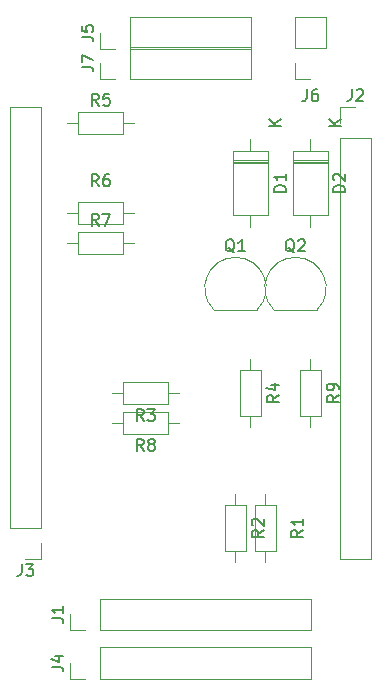
<source format=gbr>
%TF.GenerationSoftware,KiCad,Pcbnew,(6.0.7)*%
%TF.CreationDate,2023-01-08T16:14:19+02:00*%
%TF.ProjectId,Design,44657369-676e-42e6-9b69-6361645f7063,rev?*%
%TF.SameCoordinates,Original*%
%TF.FileFunction,Legend,Top*%
%TF.FilePolarity,Positive*%
%FSLAX46Y46*%
G04 Gerber Fmt 4.6, Leading zero omitted, Abs format (unit mm)*
G04 Created by KiCad (PCBNEW (6.0.7)) date 2023-01-08 16:14:19*
%MOMM*%
%LPD*%
G01*
G04 APERTURE LIST*
%ADD10C,0.150000*%
%ADD11C,0.120000*%
G04 APERTURE END LIST*
D10*
%TO.C,D1*%
X95702380Y-64238095D02*
X94702380Y-64238095D01*
X94702380Y-64000000D01*
X94750000Y-63857142D01*
X94845238Y-63761904D01*
X94940476Y-63714285D01*
X95130952Y-63666666D01*
X95273809Y-63666666D01*
X95464285Y-63714285D01*
X95559523Y-63761904D01*
X95654761Y-63857142D01*
X95702380Y-64000000D01*
X95702380Y-64238095D01*
X95702380Y-62714285D02*
X95702380Y-63285714D01*
X95702380Y-63000000D02*
X94702380Y-63000000D01*
X94845238Y-63095238D01*
X94940476Y-63190476D01*
X94988095Y-63285714D01*
X95262380Y-58681904D02*
X94262380Y-58681904D01*
X95262380Y-58110476D02*
X94690952Y-58539047D01*
X94262380Y-58110476D02*
X94833809Y-58681904D01*
%TO.C,Q1*%
X91344761Y-69377619D02*
X91249523Y-69330000D01*
X91154285Y-69234761D01*
X91011428Y-69091904D01*
X90916190Y-69044285D01*
X90820952Y-69044285D01*
X90868571Y-69282380D02*
X90773333Y-69234761D01*
X90678095Y-69139523D01*
X90630476Y-68949047D01*
X90630476Y-68615714D01*
X90678095Y-68425238D01*
X90773333Y-68330000D01*
X90868571Y-68282380D01*
X91059047Y-68282380D01*
X91154285Y-68330000D01*
X91249523Y-68425238D01*
X91297142Y-68615714D01*
X91297142Y-68949047D01*
X91249523Y-69139523D01*
X91154285Y-69234761D01*
X91059047Y-69282380D01*
X90868571Y-69282380D01*
X92249523Y-69282380D02*
X91678095Y-69282380D01*
X91963809Y-69282380D02*
X91963809Y-68282380D01*
X91868571Y-68425238D01*
X91773333Y-68520476D01*
X91678095Y-68568095D01*
%TO.C,J1*%
X75862380Y-100345833D02*
X76576666Y-100345833D01*
X76719523Y-100393452D01*
X76814761Y-100488690D01*
X76862380Y-100631547D01*
X76862380Y-100726785D01*
X76862380Y-99345833D02*
X76862380Y-99917261D01*
X76862380Y-99631547D02*
X75862380Y-99631547D01*
X76005238Y-99726785D01*
X76100476Y-99822023D01*
X76148095Y-99917261D01*
%TO.C,J3*%
X73326666Y-95762380D02*
X73326666Y-96476666D01*
X73279047Y-96619523D01*
X73183809Y-96714761D01*
X73040952Y-96762380D01*
X72945714Y-96762380D01*
X73707619Y-95762380D02*
X74326666Y-95762380D01*
X73993333Y-96143333D01*
X74136190Y-96143333D01*
X74231428Y-96190952D01*
X74279047Y-96238571D01*
X74326666Y-96333809D01*
X74326666Y-96571904D01*
X74279047Y-96667142D01*
X74231428Y-96714761D01*
X74136190Y-96762380D01*
X73850476Y-96762380D01*
X73755238Y-96714761D01*
X73707619Y-96667142D01*
%TO.C,R6*%
X79843333Y-63772380D02*
X79510000Y-63296190D01*
X79271904Y-63772380D02*
X79271904Y-62772380D01*
X79652857Y-62772380D01*
X79748095Y-62820000D01*
X79795714Y-62867619D01*
X79843333Y-62962857D01*
X79843333Y-63105714D01*
X79795714Y-63200952D01*
X79748095Y-63248571D01*
X79652857Y-63296190D01*
X79271904Y-63296190D01*
X80700476Y-62772380D02*
X80510000Y-62772380D01*
X80414761Y-62820000D01*
X80367142Y-62867619D01*
X80271904Y-63010476D01*
X80224285Y-63200952D01*
X80224285Y-63581904D01*
X80271904Y-63677142D01*
X80319523Y-63724761D01*
X80414761Y-63772380D01*
X80605238Y-63772380D01*
X80700476Y-63724761D01*
X80748095Y-63677142D01*
X80795714Y-63581904D01*
X80795714Y-63343809D01*
X80748095Y-63248571D01*
X80700476Y-63200952D01*
X80605238Y-63153333D01*
X80414761Y-63153333D01*
X80319523Y-63200952D01*
X80271904Y-63248571D01*
X80224285Y-63343809D01*
%TO.C,R7*%
X79843333Y-67112380D02*
X79510000Y-66636190D01*
X79271904Y-67112380D02*
X79271904Y-66112380D01*
X79652857Y-66112380D01*
X79748095Y-66160000D01*
X79795714Y-66207619D01*
X79843333Y-66302857D01*
X79843333Y-66445714D01*
X79795714Y-66540952D01*
X79748095Y-66588571D01*
X79652857Y-66636190D01*
X79271904Y-66636190D01*
X80176666Y-66112380D02*
X80843333Y-66112380D01*
X80414761Y-67112380D01*
%TO.C,R5*%
X79843333Y-56952380D02*
X79510000Y-56476190D01*
X79271904Y-56952380D02*
X79271904Y-55952380D01*
X79652857Y-55952380D01*
X79748095Y-56000000D01*
X79795714Y-56047619D01*
X79843333Y-56142857D01*
X79843333Y-56285714D01*
X79795714Y-56380952D01*
X79748095Y-56428571D01*
X79652857Y-56476190D01*
X79271904Y-56476190D01*
X80748095Y-55952380D02*
X80271904Y-55952380D01*
X80224285Y-56428571D01*
X80271904Y-56380952D01*
X80367142Y-56333333D01*
X80605238Y-56333333D01*
X80700476Y-56380952D01*
X80748095Y-56428571D01*
X80795714Y-56523809D01*
X80795714Y-56761904D01*
X80748095Y-56857142D01*
X80700476Y-56904761D01*
X80605238Y-56952380D01*
X80367142Y-56952380D01*
X80271904Y-56904761D01*
X80224285Y-56857142D01*
%TO.C,R8*%
X83653333Y-86192380D02*
X83320000Y-85716190D01*
X83081904Y-86192380D02*
X83081904Y-85192380D01*
X83462857Y-85192380D01*
X83558095Y-85240000D01*
X83605714Y-85287619D01*
X83653333Y-85382857D01*
X83653333Y-85525714D01*
X83605714Y-85620952D01*
X83558095Y-85668571D01*
X83462857Y-85716190D01*
X83081904Y-85716190D01*
X84224761Y-85620952D02*
X84129523Y-85573333D01*
X84081904Y-85525714D01*
X84034285Y-85430476D01*
X84034285Y-85382857D01*
X84081904Y-85287619D01*
X84129523Y-85240000D01*
X84224761Y-85192380D01*
X84415238Y-85192380D01*
X84510476Y-85240000D01*
X84558095Y-85287619D01*
X84605714Y-85382857D01*
X84605714Y-85430476D01*
X84558095Y-85525714D01*
X84510476Y-85573333D01*
X84415238Y-85620952D01*
X84224761Y-85620952D01*
X84129523Y-85668571D01*
X84081904Y-85716190D01*
X84034285Y-85811428D01*
X84034285Y-86001904D01*
X84081904Y-86097142D01*
X84129523Y-86144761D01*
X84224761Y-86192380D01*
X84415238Y-86192380D01*
X84510476Y-86144761D01*
X84558095Y-86097142D01*
X84605714Y-86001904D01*
X84605714Y-85811428D01*
X84558095Y-85716190D01*
X84510476Y-85668571D01*
X84415238Y-85620952D01*
%TO.C,R9*%
X100162380Y-81446666D02*
X99686190Y-81780000D01*
X100162380Y-82018095D02*
X99162380Y-82018095D01*
X99162380Y-81637142D01*
X99210000Y-81541904D01*
X99257619Y-81494285D01*
X99352857Y-81446666D01*
X99495714Y-81446666D01*
X99590952Y-81494285D01*
X99638571Y-81541904D01*
X99686190Y-81637142D01*
X99686190Y-82018095D01*
X100162380Y-80970476D02*
X100162380Y-80780000D01*
X100114761Y-80684761D01*
X100067142Y-80637142D01*
X99924285Y-80541904D01*
X99733809Y-80494285D01*
X99352857Y-80494285D01*
X99257619Y-80541904D01*
X99210000Y-80589523D01*
X99162380Y-80684761D01*
X99162380Y-80875238D01*
X99210000Y-80970476D01*
X99257619Y-81018095D01*
X99352857Y-81065714D01*
X99590952Y-81065714D01*
X99686190Y-81018095D01*
X99733809Y-80970476D01*
X99781428Y-80875238D01*
X99781428Y-80684761D01*
X99733809Y-80589523D01*
X99686190Y-80541904D01*
X99590952Y-80494285D01*
%TO.C,J5*%
X78402380Y-51133333D02*
X79116666Y-51133333D01*
X79259523Y-51180952D01*
X79354761Y-51276190D01*
X79402380Y-51419047D01*
X79402380Y-51514285D01*
X78402380Y-50180952D02*
X78402380Y-50657142D01*
X78878571Y-50704761D01*
X78830952Y-50657142D01*
X78783333Y-50561904D01*
X78783333Y-50323809D01*
X78830952Y-50228571D01*
X78878571Y-50180952D01*
X78973809Y-50133333D01*
X79211904Y-50133333D01*
X79307142Y-50180952D01*
X79354761Y-50228571D01*
X79402380Y-50323809D01*
X79402380Y-50561904D01*
X79354761Y-50657142D01*
X79307142Y-50704761D01*
%TO.C,J7*%
X78402380Y-53673333D02*
X79116666Y-53673333D01*
X79259523Y-53720952D01*
X79354761Y-53816190D01*
X79402380Y-53959047D01*
X79402380Y-54054285D01*
X78402380Y-53292380D02*
X78402380Y-52625714D01*
X79402380Y-53054285D01*
%TO.C,J6*%
X97456666Y-55562380D02*
X97456666Y-56276666D01*
X97409047Y-56419523D01*
X97313809Y-56514761D01*
X97170952Y-56562380D01*
X97075714Y-56562380D01*
X98361428Y-55562380D02*
X98170952Y-55562380D01*
X98075714Y-55610000D01*
X98028095Y-55657619D01*
X97932857Y-55800476D01*
X97885238Y-55990952D01*
X97885238Y-56371904D01*
X97932857Y-56467142D01*
X97980476Y-56514761D01*
X98075714Y-56562380D01*
X98266190Y-56562380D01*
X98361428Y-56514761D01*
X98409047Y-56467142D01*
X98456666Y-56371904D01*
X98456666Y-56133809D01*
X98409047Y-56038571D01*
X98361428Y-55990952D01*
X98266190Y-55943333D01*
X98075714Y-55943333D01*
X97980476Y-55990952D01*
X97932857Y-56038571D01*
X97885238Y-56133809D01*
%TO.C,R3*%
X83653333Y-83652380D02*
X83320000Y-83176190D01*
X83081904Y-83652380D02*
X83081904Y-82652380D01*
X83462857Y-82652380D01*
X83558095Y-82700000D01*
X83605714Y-82747619D01*
X83653333Y-82842857D01*
X83653333Y-82985714D01*
X83605714Y-83080952D01*
X83558095Y-83128571D01*
X83462857Y-83176190D01*
X83081904Y-83176190D01*
X83986666Y-82652380D02*
X84605714Y-82652380D01*
X84272380Y-83033333D01*
X84415238Y-83033333D01*
X84510476Y-83080952D01*
X84558095Y-83128571D01*
X84605714Y-83223809D01*
X84605714Y-83461904D01*
X84558095Y-83557142D01*
X84510476Y-83604761D01*
X84415238Y-83652380D01*
X84129523Y-83652380D01*
X84034285Y-83604761D01*
X83986666Y-83557142D01*
%TO.C,D2*%
X100712380Y-64238095D02*
X99712380Y-64238095D01*
X99712380Y-64000000D01*
X99760000Y-63857142D01*
X99855238Y-63761904D01*
X99950476Y-63714285D01*
X100140952Y-63666666D01*
X100283809Y-63666666D01*
X100474285Y-63714285D01*
X100569523Y-63761904D01*
X100664761Y-63857142D01*
X100712380Y-64000000D01*
X100712380Y-64238095D01*
X99807619Y-63285714D02*
X99760000Y-63238095D01*
X99712380Y-63142857D01*
X99712380Y-62904761D01*
X99760000Y-62809523D01*
X99807619Y-62761904D01*
X99902857Y-62714285D01*
X99998095Y-62714285D01*
X100140952Y-62761904D01*
X100712380Y-63333333D01*
X100712380Y-62714285D01*
X100342380Y-58681904D02*
X99342380Y-58681904D01*
X100342380Y-58110476D02*
X99770952Y-58539047D01*
X99342380Y-58110476D02*
X99913809Y-58681904D01*
%TO.C,Q2*%
X96424761Y-69377619D02*
X96329523Y-69330000D01*
X96234285Y-69234761D01*
X96091428Y-69091904D01*
X95996190Y-69044285D01*
X95900952Y-69044285D01*
X95948571Y-69282380D02*
X95853333Y-69234761D01*
X95758095Y-69139523D01*
X95710476Y-68949047D01*
X95710476Y-68615714D01*
X95758095Y-68425238D01*
X95853333Y-68330000D01*
X95948571Y-68282380D01*
X96139047Y-68282380D01*
X96234285Y-68330000D01*
X96329523Y-68425238D01*
X96377142Y-68615714D01*
X96377142Y-68949047D01*
X96329523Y-69139523D01*
X96234285Y-69234761D01*
X96139047Y-69282380D01*
X95948571Y-69282380D01*
X96758095Y-68377619D02*
X96805714Y-68330000D01*
X96900952Y-68282380D01*
X97139047Y-68282380D01*
X97234285Y-68330000D01*
X97281904Y-68377619D01*
X97329523Y-68472857D01*
X97329523Y-68568095D01*
X97281904Y-68710952D01*
X96710476Y-69282380D01*
X97329523Y-69282380D01*
%TO.C,R2*%
X93812380Y-92876666D02*
X93336190Y-93210000D01*
X93812380Y-93448095D02*
X92812380Y-93448095D01*
X92812380Y-93067142D01*
X92860000Y-92971904D01*
X92907619Y-92924285D01*
X93002857Y-92876666D01*
X93145714Y-92876666D01*
X93240952Y-92924285D01*
X93288571Y-92971904D01*
X93336190Y-93067142D01*
X93336190Y-93448095D01*
X92907619Y-92495714D02*
X92860000Y-92448095D01*
X92812380Y-92352857D01*
X92812380Y-92114761D01*
X92860000Y-92019523D01*
X92907619Y-91971904D01*
X93002857Y-91924285D01*
X93098095Y-91924285D01*
X93240952Y-91971904D01*
X93812380Y-92543333D01*
X93812380Y-91924285D01*
%TO.C,R1*%
X97152380Y-92876666D02*
X96676190Y-93210000D01*
X97152380Y-93448095D02*
X96152380Y-93448095D01*
X96152380Y-93067142D01*
X96200000Y-92971904D01*
X96247619Y-92924285D01*
X96342857Y-92876666D01*
X96485714Y-92876666D01*
X96580952Y-92924285D01*
X96628571Y-92971904D01*
X96676190Y-93067142D01*
X96676190Y-93448095D01*
X97152380Y-91924285D02*
X97152380Y-92495714D01*
X97152380Y-92210000D02*
X96152380Y-92210000D01*
X96295238Y-92305238D01*
X96390476Y-92400476D01*
X96438095Y-92495714D01*
%TO.C,R4*%
X95082380Y-81446666D02*
X94606190Y-81780000D01*
X95082380Y-82018095D02*
X94082380Y-82018095D01*
X94082380Y-81637142D01*
X94130000Y-81541904D01*
X94177619Y-81494285D01*
X94272857Y-81446666D01*
X94415714Y-81446666D01*
X94510952Y-81494285D01*
X94558571Y-81541904D01*
X94606190Y-81637142D01*
X94606190Y-82018095D01*
X94415714Y-80589523D02*
X95082380Y-80589523D01*
X94034761Y-80827619D02*
X94749047Y-81065714D01*
X94749047Y-80446666D01*
%TO.C,J2*%
X101266666Y-55542380D02*
X101266666Y-56256666D01*
X101219047Y-56399523D01*
X101123809Y-56494761D01*
X100980952Y-56542380D01*
X100885714Y-56542380D01*
X101695238Y-55637619D02*
X101742857Y-55590000D01*
X101838095Y-55542380D01*
X102076190Y-55542380D01*
X102171428Y-55590000D01*
X102219047Y-55637619D01*
X102266666Y-55732857D01*
X102266666Y-55828095D01*
X102219047Y-55970952D01*
X101647619Y-56542380D01*
X102266666Y-56542380D01*
%TO.C,J4*%
X75862380Y-104473333D02*
X76576666Y-104473333D01*
X76719523Y-104520952D01*
X76814761Y-104616190D01*
X76862380Y-104759047D01*
X76862380Y-104854285D01*
X76195714Y-103568571D02*
X76862380Y-103568571D01*
X75814761Y-103806666D02*
X76529047Y-104044761D01*
X76529047Y-103425714D01*
D11*
%TO.C,D1*%
X94180000Y-61800000D02*
X91240000Y-61800000D01*
X91240000Y-66220000D02*
X94180000Y-66220000D01*
X91240000Y-60780000D02*
X91240000Y-66220000D01*
X92710000Y-67240000D02*
X92710000Y-66220000D01*
X92710000Y-59760000D02*
X92710000Y-60780000D01*
X94180000Y-61680000D02*
X91240000Y-61680000D01*
X94180000Y-66220000D02*
X94180000Y-60780000D01*
X94180000Y-60780000D02*
X91240000Y-60780000D01*
X94180000Y-61560000D02*
X91240000Y-61560000D01*
%TO.C,Q1*%
X89640000Y-74240000D02*
X93240000Y-74240000D01*
X93278478Y-74228478D02*
G75*
G03*
X91440000Y-69790000I-1838478J1838478D01*
G01*
X91440000Y-69789999D02*
G75*
G03*
X89601522Y-74228478I0J-2600001D01*
G01*
%TO.C,J1*%
X97850000Y-101342500D02*
X97850000Y-98682500D01*
X77410000Y-101342500D02*
X77410000Y-100012500D01*
X80010000Y-101342500D02*
X97850000Y-101342500D01*
X80010000Y-98682500D02*
X97850000Y-98682500D01*
X78740000Y-101342500D02*
X77410000Y-101342500D01*
X80010000Y-101342500D02*
X80010000Y-98682500D01*
%TO.C,J3*%
X74990000Y-92710000D02*
X74990000Y-57090000D01*
X74990000Y-93980000D02*
X74990000Y-95310000D01*
X74990000Y-92710000D02*
X72330000Y-92710000D01*
X74990000Y-95310000D02*
X73660000Y-95310000D01*
X72330000Y-92710000D02*
X72330000Y-57090000D01*
X74990000Y-57090000D02*
X72330000Y-57090000D01*
%TO.C,R6*%
X81930000Y-66960000D02*
X81930000Y-65120000D01*
X81930000Y-65120000D02*
X78090000Y-65120000D01*
X78090000Y-66960000D02*
X81930000Y-66960000D01*
X82880000Y-66040000D02*
X81930000Y-66040000D01*
X78090000Y-65120000D02*
X78090000Y-66960000D01*
X77140000Y-66040000D02*
X78090000Y-66040000D01*
%TO.C,R7*%
X81930000Y-69500000D02*
X81930000Y-67660000D01*
X81930000Y-67660000D02*
X78090000Y-67660000D01*
X78090000Y-69500000D02*
X81930000Y-69500000D01*
X82880000Y-68580000D02*
X81930000Y-68580000D01*
X78090000Y-67660000D02*
X78090000Y-69500000D01*
X77140000Y-68580000D02*
X78090000Y-68580000D01*
%TO.C,R5*%
X77140000Y-58420000D02*
X78090000Y-58420000D01*
X78090000Y-57500000D02*
X78090000Y-59340000D01*
X82880000Y-58420000D02*
X81930000Y-58420000D01*
X78090000Y-59340000D02*
X81930000Y-59340000D01*
X81930000Y-57500000D02*
X78090000Y-57500000D01*
X81930000Y-59340000D02*
X81930000Y-57500000D01*
%TO.C,R8*%
X86690000Y-83820000D02*
X85740000Y-83820000D01*
X85740000Y-84740000D02*
X85740000Y-82900000D01*
X80950000Y-83820000D02*
X81900000Y-83820000D01*
X85740000Y-82900000D02*
X81900000Y-82900000D01*
X81900000Y-84740000D02*
X85740000Y-84740000D01*
X81900000Y-82900000D02*
X81900000Y-84740000D01*
%TO.C,R9*%
X97790000Y-78410000D02*
X97790000Y-79360000D01*
X98710000Y-79360000D02*
X96870000Y-79360000D01*
X97790000Y-84150000D02*
X97790000Y-83200000D01*
X96870000Y-79360000D02*
X96870000Y-83200000D01*
X98710000Y-83200000D02*
X98710000Y-79360000D01*
X96870000Y-83200000D02*
X98710000Y-83200000D01*
%TO.C,J5*%
X81280000Y-52130000D02*
X79950000Y-52130000D01*
X82550000Y-49470000D02*
X92770000Y-49470000D01*
X82550000Y-52130000D02*
X92770000Y-52130000D01*
X79950000Y-52130000D02*
X79950000Y-50800000D01*
X82550000Y-52130000D02*
X82550000Y-49470000D01*
X92770000Y-52130000D02*
X92770000Y-49470000D01*
%TO.C,J7*%
X82550000Y-54670000D02*
X92770000Y-54670000D01*
X79950000Y-54670000D02*
X79950000Y-53340000D01*
X92770000Y-54670000D02*
X92770000Y-52010000D01*
X82550000Y-54670000D02*
X82550000Y-52010000D01*
X81280000Y-54670000D02*
X79950000Y-54670000D01*
X82550000Y-52010000D02*
X92770000Y-52010000D01*
%TO.C,J6*%
X97790000Y-54670000D02*
X96460000Y-54670000D01*
X99120000Y-49470000D02*
X96460000Y-49470000D01*
X96460000Y-54670000D02*
X96460000Y-53340000D01*
X96460000Y-52070000D02*
X96460000Y-49470000D01*
X99120000Y-52070000D02*
X99120000Y-49470000D01*
X99120000Y-52070000D02*
X96460000Y-52070000D01*
%TO.C,R3*%
X81900000Y-80360000D02*
X81900000Y-82200000D01*
X85740000Y-82200000D02*
X85740000Y-80360000D01*
X81900000Y-82200000D02*
X85740000Y-82200000D01*
X85740000Y-80360000D02*
X81900000Y-80360000D01*
X86690000Y-81280000D02*
X85740000Y-81280000D01*
X80950000Y-81280000D02*
X81900000Y-81280000D01*
%TO.C,D2*%
X97790000Y-67240000D02*
X97790000Y-66220000D01*
X96320000Y-60780000D02*
X96320000Y-66220000D01*
X99260000Y-61680000D02*
X96320000Y-61680000D01*
X99260000Y-61560000D02*
X96320000Y-61560000D01*
X99260000Y-60780000D02*
X96320000Y-60780000D01*
X97790000Y-59760000D02*
X97790000Y-60780000D01*
X99260000Y-66220000D02*
X99260000Y-60780000D01*
X96320000Y-66220000D02*
X99260000Y-66220000D01*
X99260000Y-61800000D02*
X96320000Y-61800000D01*
%TO.C,Q2*%
X94720000Y-74240000D02*
X98320000Y-74240000D01*
X98358478Y-74228478D02*
G75*
G03*
X96520000Y-69790000I-1838478J1838478D01*
G01*
X96520000Y-69789999D02*
G75*
G03*
X94681522Y-74228478I0J-2600001D01*
G01*
%TO.C,R2*%
X92360000Y-94630000D02*
X92360000Y-90790000D01*
X90520000Y-94630000D02*
X92360000Y-94630000D01*
X92360000Y-90790000D02*
X90520000Y-90790000D01*
X90520000Y-90790000D02*
X90520000Y-94630000D01*
X91440000Y-95580000D02*
X91440000Y-94630000D01*
X91440000Y-89840000D02*
X91440000Y-90790000D01*
%TO.C,R1*%
X94900000Y-94630000D02*
X94900000Y-90790000D01*
X94900000Y-90790000D02*
X93060000Y-90790000D01*
X93060000Y-94630000D02*
X94900000Y-94630000D01*
X93980000Y-89840000D02*
X93980000Y-90790000D01*
X93980000Y-95580000D02*
X93980000Y-94630000D01*
X93060000Y-90790000D02*
X93060000Y-94630000D01*
%TO.C,R4*%
X92710000Y-84150000D02*
X92710000Y-83200000D01*
X91790000Y-83200000D02*
X93630000Y-83200000D01*
X93630000Y-83200000D02*
X93630000Y-79360000D01*
X93630000Y-79360000D02*
X91790000Y-79360000D01*
X92710000Y-78410000D02*
X92710000Y-79360000D01*
X91790000Y-79360000D02*
X91790000Y-83200000D01*
%TO.C,J2*%
X100270000Y-95310000D02*
X102930000Y-95310000D01*
X100270000Y-59690000D02*
X102930000Y-59690000D01*
X100270000Y-59690000D02*
X100270000Y-95310000D01*
X100270000Y-57090000D02*
X101600000Y-57090000D01*
X100270000Y-58420000D02*
X100270000Y-57090000D01*
X102930000Y-59690000D02*
X102930000Y-95310000D01*
%TO.C,J4*%
X77410000Y-105470000D02*
X77410000Y-104140000D01*
X78740000Y-105470000D02*
X77410000Y-105470000D01*
X80010000Y-105470000D02*
X80010000Y-102810000D01*
X97850000Y-105470000D02*
X97850000Y-102810000D01*
X80010000Y-105470000D02*
X97850000Y-105470000D01*
X80010000Y-102810000D02*
X97850000Y-102810000D01*
%TD*%
M02*

</source>
